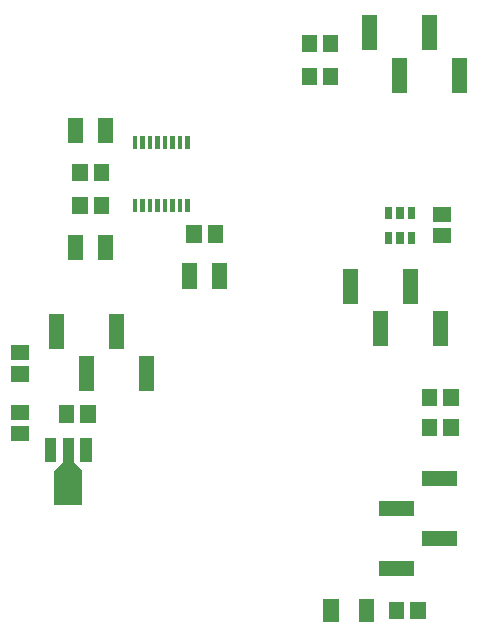
<source format=gbr>
G04 start of page 10 for group -4015 idx -4015 *
G04 Title: (unknown), toppaste *
G04 Creator: pcb 20140316 *
G04 CreationDate: Thu 11 Jun 2015 05:52:48 PM GMT UTC *
G04 For: ndholmes *
G04 Format: Gerber/RS-274X *
G04 PCB-Dimensions (mil): 2100.00 2700.00 *
G04 PCB-Coordinate-Origin: lower left *
%MOIN*%
%FSLAX25Y25*%
%LNTOPPASTE*%
%ADD72R,0.0165X0.0165*%
%ADD71R,0.0490X0.0490*%
%ADD70C,0.0001*%
%ADD69R,0.0945X0.0945*%
%ADD68R,0.0378X0.0378*%
%ADD67R,0.0512X0.0512*%
%ADD66R,0.0240X0.0240*%
%ADD65R,0.0500X0.0500*%
G54D65*X175000Y129740D02*Y123087D01*
X165000Y143913D02*Y137260D01*
X155000Y129740D02*Y123087D01*
X145000Y143913D02*Y137260D01*
G54D66*X165500Y165800D02*Y164200D01*
X161600Y165800D02*Y164200D01*
X157700Y165800D02*Y164200D01*
Y157600D02*Y156000D01*
X161600Y157600D02*Y156000D01*
X165500Y157600D02*Y156000D01*
G54D67*X57543Y98393D02*Y97607D01*
X50457Y98393D02*Y97607D01*
X34607Y98543D02*X35393D01*
X34607Y91457D02*X35393D01*
G54D68*X56906Y87984D02*Y83890D01*
X51000Y87984D02*Y76174D01*
G54D69*Y74440D02*Y72550D01*
G54D70*G36*
X52885Y82005D02*X55725Y79165D01*
X54305Y77745D01*
X51465Y80585D01*
X52885Y82005D01*
G37*
G36*
X46275Y79165D02*X49115Y82005D01*
X50535Y80585D01*
X47695Y77745D01*
X46275Y79165D01*
G37*
G54D68*X45094Y87984D02*Y83890D01*
G54D67*X34607Y111414D02*X35393D01*
X34607Y118500D02*X35393D01*
X138457Y221893D02*Y221107D01*
X131371Y221893D02*Y221107D01*
X138500Y210893D02*Y210107D01*
X131414Y210893D02*Y210107D01*
X175107Y157457D02*X175893D01*
X175107Y164543D02*X175893D01*
G54D65*X47000Y128913D02*Y122260D01*
X57000Y114740D02*Y108087D01*
X67000Y128913D02*Y122260D01*
X77000Y114740D02*Y108087D01*
X181500Y214240D02*Y207587D01*
X171500Y228413D02*Y221760D01*
X161500Y214240D02*Y207587D01*
X151500Y228413D02*Y221760D01*
G54D67*X171457Y103936D02*Y103150D01*
X178543Y103936D02*Y103150D01*
X171457Y93893D02*Y93107D01*
X178543Y93893D02*Y93107D01*
X62043Y178893D02*Y178107D01*
X54957Y178893D02*Y178107D01*
G54D71*X63500Y194300D02*Y190700D01*
X53500Y194300D02*Y190700D01*
G54D72*X90750Y189925D02*Y187075D01*
X88250Y189925D02*Y187075D01*
X85750Y189925D02*Y187075D01*
X83250Y189925D02*Y187075D01*
X80750Y189925D02*Y187075D01*
X78250Y189925D02*Y187075D01*
X75750Y189925D02*Y187075D01*
X73250Y189925D02*Y187075D01*
Y168925D02*Y166075D01*
X75750Y168925D02*Y166075D01*
X78250Y168925D02*Y166075D01*
X80750Y168925D02*Y166075D01*
X83250Y168925D02*Y166075D01*
X85750Y168925D02*Y166075D01*
X88250Y168925D02*Y166075D01*
X90750Y168925D02*Y166075D01*
G54D67*X62043Y167893D02*Y167107D01*
X54957Y167893D02*Y167107D01*
G54D71*X63500Y155300D02*Y151700D01*
X53500Y155300D02*Y151700D01*
X101500Y145800D02*Y142200D01*
X91500Y145800D02*Y142200D01*
G54D67*X100043Y158393D02*Y157607D01*
X92957Y158393D02*Y157607D01*
G54D65*X157087Y46500D02*X163740D01*
X171260Y56500D02*X177913D01*
X157087Y66500D02*X163740D01*
X171260Y76500D02*X177913D01*
G54D67*X138595Y33681D02*Y31319D01*
X150405Y33681D02*Y31319D01*
X160457Y32893D02*Y32107D01*
X167543Y32893D02*Y32107D01*
M02*

</source>
